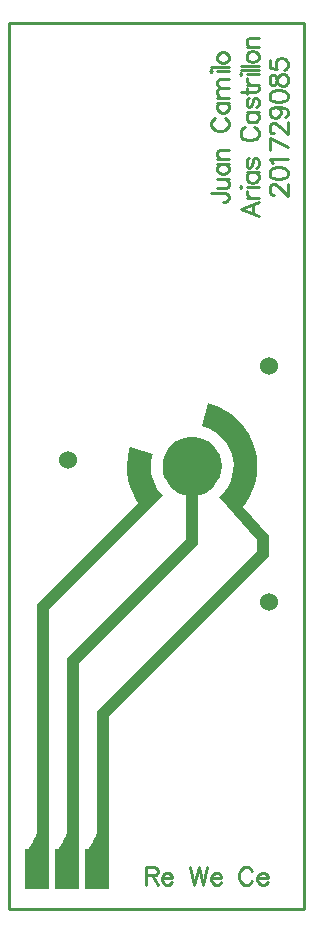
<source format=gtl>
%FSDAX23Y23*%
%MOIN*%
%SFA1B1*%

%IPPOS*%
%ADD11C,0.010000*%
%ADD14R,0.079000X0.138000*%
%ADD15C,0.060000*%
%ADD16O,0.071000X0.079000*%
%LNelectrodo-1*%
%LPD*%
G36*
X02329Y02817D02*
D01*
X02327Y02808*
X02324Y02789*
X02323Y02771*
X02325Y02752*
X02329Y02734*
X02336Y02716*
X02345Y02700*
X02357Y02685*
X02363Y02678*
X01984Y02299*
Y01492*
X01906*
Y01493*
X01910Y01496*
X01917Y01504*
X01924Y01513*
X01930Y01523*
X01935Y01533*
X01940Y01543*
X01942Y01554*
X01944Y01565*
X01945Y01571*
Y02316*
X02282Y02653*
X02275Y02663*
X02264Y02685*
X02255Y02708*
X02248Y02731*
X02245Y02756*
X02244Y02780*
X02246Y02805*
X02250Y02829*
X02254Y02841*
X02329Y02817*
G37*
G36*
X02525Y02983D02*
X02551Y02973D01*
X02575Y02960*
X02597Y02945*
X02617Y02927*
X02634Y02906*
X02649Y02883*
X02661Y02859*
X02670Y02833*
X02676Y02807*
X02678Y02780*
X02677Y02753*
X02672Y02726*
X02664Y02700*
X02653Y02675*
X02639Y02652*
X02631Y02641*
X02717Y02543*
Y02475*
X02184Y01942*
Y01492*
X02106*
Y01493*
X02110Y01496*
X02117Y01504*
X02124Y01513*
X02130Y01523*
X02135Y01533*
X02140Y01543*
X02142Y01554*
X02144Y01565*
X02145Y01571*
Y01959*
X02677Y02491*
Y02529*
X02551Y02672*
X02558Y02678*
X02571Y02693*
X02581Y02708*
X02589Y02725*
X02595Y02743*
X02598Y02762*
X02599Y02780*
X02597Y02799*
X02592Y02817*
X02585Y02835*
X02576Y02851*
X02565Y02866*
X02551Y02880*
X02536Y02891*
X02520Y02900*
X02502Y02907*
X02493Y02909*
X02512Y02986*
X02525Y02983*
G37*
G36*
X02488Y02871D02*
X02504Y02864D01*
X02520Y02855*
X02533Y02843*
X02544Y02828*
X02553Y02812*
X02558Y02795*
X02559Y02776*
X02558Y02758*
X02553Y02741*
X02545Y02725*
X02535Y02710*
X02521Y02698*
X02506Y02688*
X02489Y02681*
X02480Y02679*
Y02517*
X02084Y02121*
Y01492*
X02006*
Y01493*
X02010Y01496*
X02017Y01504*
X02024Y01513*
X02030Y01523*
X02035Y01533*
X02039Y01543*
X02042Y01554*
X02044Y01565*
X02045Y01571*
Y02137*
X02441Y02533*
Y02679*
X02432Y02681*
X02415Y02688*
X02400Y02698*
X02387Y02710*
X02376Y02725*
X02368Y02741*
X02363Y02758*
X02362Y02776*
X02364Y02795*
X02369Y02812*
X02377Y02828*
X02388Y02843*
X02401Y02855*
X02417Y02864*
X02434Y02871*
X02452Y02874*
X02470*
X02488Y02871*
G37*
G54D11*
X01850Y01299D02*
X02835D01*
Y04252*
X01850D02*
X02835D01*
X01850Y01299D02*
Y04252D01*
X02524Y03686D02*
X02569D01*
X02578Y03684*
X02581Y03681*
X02584Y03675*
Y03669*
X02581Y03664*
X02578Y03661*
X02569Y03658*
X02564*
X02544Y03702D02*
X02572D01*
X02581Y03705*
X02584Y03710*
Y03719*
X02581Y03725*
X02572Y03733*
X02544D02*
X02584D01*
X02544Y03783D02*
X02584D01*
X02552D02*
X02547Y03778D01*
X02544Y03772*
Y03763*
X02547Y03758*
X02552Y03752*
X02561Y03749*
X02567*
X02575Y03752*
X02581Y03758*
X02584Y03763*
Y03772*
X02581Y03778*
X02575Y03783*
X02544Y03799D02*
X02584D01*
X02555D02*
X02547Y03808D01*
X02544Y03814*
Y03822*
X02547Y03828*
X02555Y03831*
X02584*
X02538Y03936D02*
X02532Y03934D01*
X02527Y03928*
X02524Y03922*
Y03911*
X02527Y03905*
X02532Y03899*
X02538Y03896*
X02547Y03894*
X02561*
X02569Y03896*
X02575Y03899*
X02581Y03905*
X02584Y03911*
Y03922*
X02581Y03928*
X02575Y03934*
X02569Y03936*
X02544Y03988D02*
X02584D01*
X02552D02*
X02547Y03982D01*
X02544Y03976*
Y03968*
X02547Y03962*
X02552Y03956*
X02561Y03953*
X02567*
X02575Y03956*
X02581Y03962*
X02584Y03968*
Y03976*
X02581Y03982*
X02575Y03988*
X02544Y04004D02*
X02584D01*
X02555D02*
X02547Y04012D01*
X02544Y04018*
Y04026*
X02547Y04032*
X02555Y04035*
X02584*
X02555D02*
X02547Y04043D01*
X02544Y04049*
Y04058*
X02547Y04063*
X02555Y04066*
X02584*
X02524Y04091D02*
X02527Y04094D01*
X02524Y04097*
X02521Y04094*
X02524Y04091*
X02544Y04094D02*
X02584D01*
X02524Y04107D02*
X02584D01*
X02544Y04134D02*
X02547Y04128D01*
X02552Y04123*
X02561Y04120*
X02567*
X02575Y04123*
X02581Y04128*
X02584Y04134*
Y04143*
X02581Y04148*
X02575Y04154*
X02567Y04157*
X02561*
X02552Y04154*
X02547Y04148*
X02544Y04143*
Y04134*
X02683Y03656D02*
X02623Y03633D01*
X02683Y03610*
X02663Y03619D02*
Y03648D01*
X02643Y03670D02*
X02683D01*
X02660D02*
X02651Y03673D01*
X02645Y03679*
X02643Y03684*
Y03693*
X02623Y03704D02*
X02625Y03707D01*
X02623Y03710*
X02620Y03707*
X02623Y03704*
X02643Y03707D02*
X02683D01*
X02643Y03755D02*
X02683D01*
X02651D02*
X02645Y03749D01*
X02643Y03743*
Y03735*
X02645Y03729*
X02651Y03723*
X02660Y03720*
X02665*
X02674Y03723*
X02680Y03729*
X02683Y03735*
Y03743*
X02680Y03749*
X02674Y03755*
X02651Y03802D02*
X02645Y03799D01*
X02643Y03791*
Y03782*
X02645Y03774*
X02651Y03771*
X02657Y03774*
X02660Y03779*
X02663Y03794*
X02665Y03799*
X02671Y03802*
X02674*
X02680Y03799*
X02683Y03791*
Y03782*
X02680Y03774*
X02674Y03771*
X02637Y03905D02*
X02631Y03902D01*
X02625Y03896*
X02623Y03890*
Y03879*
X02625Y03873*
X02631Y03868*
X02637Y03865*
X02645Y03862*
X02660*
X02668Y03865*
X02674Y03868*
X02680Y03873*
X02683Y03879*
Y03890*
X02680Y03896*
X02674Y03902*
X02668Y03905*
X02643Y03956D02*
X02683D01*
X02651D02*
X02645Y03950D01*
X02643Y03944*
Y03936*
X02645Y03930*
X02651Y03924*
X02660Y03922*
X02665*
X02674Y03924*
X02680Y03930*
X02683Y03936*
Y03944*
X02680Y03950*
X02674Y03956*
X02651Y04003D02*
X02645Y04000D01*
X02643Y03992*
Y03983*
X02645Y03975*
X02651Y03972*
X02657Y03975*
X02660Y03980*
X02663Y03995*
X02665Y04000*
X02671Y04003*
X02674*
X02680Y04000*
X02683Y03992*
Y03983*
X02680Y03975*
X02674Y03972*
X02623Y04024D02*
X02671D01*
X02680Y04027*
X02683Y04033*
Y04039*
X02643Y04016D02*
Y04036D01*
Y04047D02*
X02683D01*
X02660D02*
X02651Y04050D01*
X02645Y04056*
X02643Y04061*
Y04070*
X02623Y04081D02*
X02625Y04084D01*
X02623Y04087*
X02620Y04084*
X02623Y04081*
X02643Y04084D02*
X02683D01*
X02623Y04097D02*
X02683D01*
X02623Y04110D02*
X02683D01*
X02643Y04137D02*
X02645Y04131D01*
X02651Y04125*
X02660Y04123*
X02665*
X02674Y04125*
X02680Y04131*
X02683Y04137*
Y04145*
X02680Y04151*
X02674Y04157*
X02665Y04160*
X02660*
X02651Y04157*
X02645Y04151*
X02643Y04145*
Y04137*
Y04173D02*
X02683D01*
X02654D02*
X02645Y04181D01*
X02643Y04187*
Y04196*
X02645Y04201*
X02654Y04204*
X02683*
X02733Y03681D02*
X02730D01*
X02724Y03684*
X02721Y03687*
X02719Y03693*
Y03704*
X02721Y03710*
X02724Y03713*
X02730Y03716*
X02736*
X02741Y03713*
X02750Y03707*
X02779Y03678*
Y03718*
X02719Y03749D02*
X02721Y03740D01*
X02730Y03735*
X02744Y03732*
X02753*
X02767Y03735*
X02776Y03740*
X02779Y03749*
Y03755*
X02776Y03763*
X02767Y03769*
X02753Y03772*
X02744*
X02730Y03769*
X02721Y03763*
X02719Y03755*
Y03749*
X02730Y03785D02*
X02727Y03791D01*
X02719Y03800*
X02779*
X02719Y03869D02*
X02779Y03841D01*
X02719Y03829D02*
Y03869D01*
X02733Y03886D02*
X02730D01*
X02724Y03888*
X02721Y03891*
X02719Y03897*
Y03908*
X02721Y03914*
X02724Y03917*
X02730Y03920*
X02736*
X02741Y03917*
X02750Y03911*
X02779Y03883*
Y03923*
X02739Y03973D02*
X02747Y03970D01*
X02753Y03965*
X02756Y03956*
Y03953*
X02753Y03945*
X02747Y03939*
X02739Y03936*
X02736*
X02727Y03939*
X02721Y03945*
X02719Y03953*
Y03956*
X02721Y03965*
X02727Y03970*
X02739Y03973*
X02753*
X02767Y03970*
X02776Y03965*
X02779Y03956*
Y03950*
X02776Y03942*
X02770Y03939*
X02719Y04007D02*
X02721Y03998D01*
X02730Y03992*
X02744Y03990*
X02753*
X02767Y03992*
X02776Y03998*
X02779Y04007*
Y04012*
X02776Y04021*
X02767Y04027*
X02753Y04029*
X02744*
X02730Y04027*
X02721Y04021*
X02719Y04012*
Y04007*
Y04057D02*
X02721Y04049D01*
X02727Y04046*
X02733*
X02739Y04049*
X02741Y04054*
X02744Y04066*
X02747Y04074*
X02753Y04080*
X02759Y04083*
X02767*
X02773Y04080*
X02776Y04077*
X02779Y04069*
Y04057*
X02776Y04049*
X02773Y04046*
X02767Y04043*
X02759*
X02753Y04046*
X02747Y04051*
X02744Y04060*
X02741Y04071*
X02739Y04077*
X02733Y04080*
X02727*
X02721Y04077*
X02719Y04069*
Y04057*
Y04131D02*
Y04102D01*
X02744Y04099*
X02741Y04102*
X02739Y04111*
Y04119*
X02741Y04128*
X02747Y04133*
X02756Y04136*
X02761*
X02770Y04133*
X02776Y04128*
X02779Y04119*
Y04111*
X02776Y04102*
X02773Y04099*
X02767Y04096*
X02306Y01440D02*
Y01380D01*
Y01440D02*
X02332D01*
X02341Y01437*
X02344Y01434*
X02346Y01429*
Y01423*
X02344Y01417*
X02341Y01414*
X02332Y01412*
X02306*
X02326D02*
X02346Y01380D01*
X02360Y01403D02*
X02394D01*
Y01409*
X02391Y01414*
X02388Y01417*
X02383Y01420*
X02374*
X02368Y01417*
X02363Y01412*
X02360Y01403*
Y01397*
X02363Y01389*
X02368Y01383*
X02374Y01380*
X02383*
X02388Y01383*
X02394Y01389*
X02454Y01440D02*
X02468Y01380D01*
X02483Y01440D02*
X02468Y01380D01*
X02483Y01440D02*
X02497Y01380D01*
X02511Y01440D02*
X02497Y01380D01*
X02523Y01403D02*
X02558D01*
Y01409*
X02555Y01414*
X02552Y01417*
X02546Y01420*
X02538*
X02532Y01417*
X02526Y01412*
X02523Y01403*
Y01397*
X02526Y01389*
X02532Y01383*
X02538Y01380*
X02546*
X02552Y01383*
X02558Y01389*
X02660Y01426D02*
X02658Y01431D01*
X02652Y01437*
X02646Y01440*
X02635*
X02629Y01437*
X02623Y01431*
X02620Y01426*
X02618Y01417*
Y01403*
X02620Y01394*
X02623Y01389*
X02629Y01383*
X02635Y01380*
X02646*
X02652Y01383*
X02658Y01389*
X02660Y01394*
X02677Y01403D02*
X02712D01*
Y01409*
X02709Y01414*
X02706Y01417*
X02700Y01420*
X02692*
X02686Y01417*
X02680Y01412*
X02677Y01403*
Y01397*
X02680Y01389*
X02686Y01383*
X02692Y01380*
X02700*
X02706Y01383*
X02712Y01389*
G54D14*
X01945Y01433D03*
X02045D03*
X02145D03*
G54D15*
X02717Y02323D03*
Y03110D03*
X02047Y02795D03*
G54D16*
X01945Y01413D03*
X02145D03*
X01945D03*
X02045D03*
M02*
</source>
